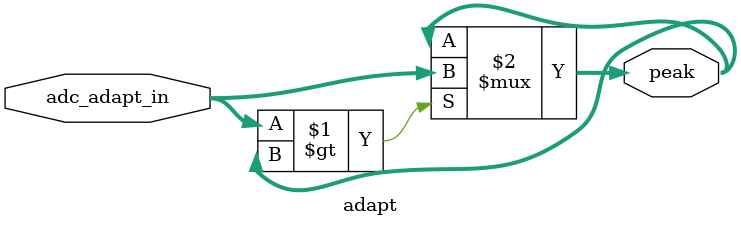
<source format=v>
module adapt #(
    parameter WIDTH = 16
)(
    input wire signed[WIDTH-1:0] adc_adapt_in,
    output wire signed [WIDTH-1:0] peak
    );
    assign peak = (adc_adapt_in > peak)?adc_adapt_in: peak;
endmodule

</source>
